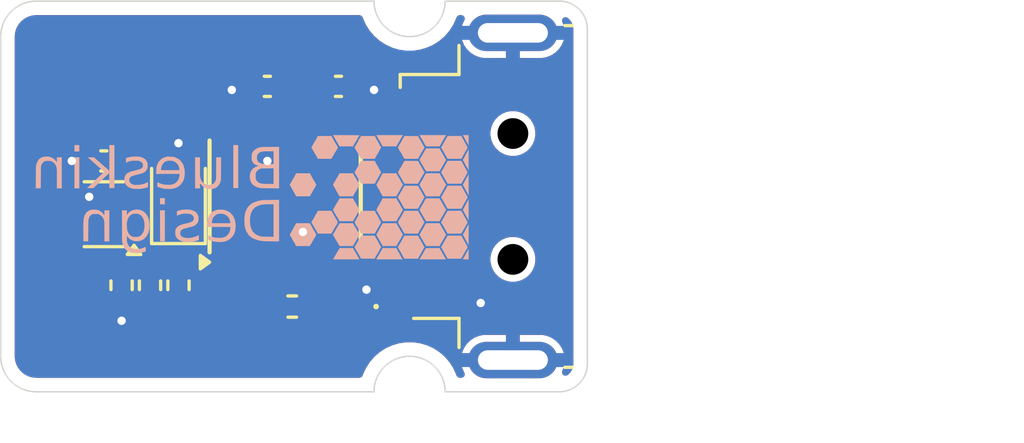
<source format=kicad_pcb>
(kicad_pcb (version 20240108) (generator "pcbnew") (generator_version "8.0")
  (layers (0 "F.Cu" signal) (31 "B.Cu" signal) (34 "B.Paste" user) (35 "F.Paste" user) (36 "B.SilkS" user "B.Silkscreen") (37 "F.SilkS" user "F.Silkscreen") (38 "B.Mask" user) (39 "F.Mask" user) (44 "Edge.Cuts" user))
  (net 0 "")
  (net 1 "+3V3")
  (net 2 "GND")
  (net 3 "Net-(J1-VBUS)")
  (net 4 "Net-(D1-A)")
  (net 5 "Net-(J1-D-)")
  (net 6 "Net-(J1-D+)")
  (net 7 "Net-(Q1-C)")
  (net 8 "Net-(U2-+)")
  (net 9 "Net-(U1-RXD)")
  (footprint "Resistor_SMD:R_0402_1005Metric" (layer "F.Cu") (at 144.78 92.075 90)
    (property "Reference" "R1" (hide yes))
    (property "Value" "1k")
  )
  (footprint "Resistor_SMD:R_0402_1005Metric" (layer "F.Cu") (at 143.764 92.075 90)
    (property "Reference" "R2" (hide yes))
    (property "Value" "10k")
  )
  (footprint "Connector_USB:USB_A_Molex_48037-2200_Horizontal" (layer "F.Cu") (at 165.1 88.9)
    (property "Reference" "J1" (hide yes))
    (property "Value" "USB_A")
  )
  (footprint "Resistor_SMD:R_0402_1005Metric" (layer "F.Cu") (at 142.748 92.075 -90)
    (property "Reference" "R3" (hide yes))
    (property "Value" "10k")
  )
  (footprint "Package_TO_SOT_SMD:SOT-353_SC-70-5" (layer "F.Cu") (at 142.113 89.535 180)
    (property "Reference" "U2" (hide yes))
    (property "Value" "~")
  )
  (footprint "Capacitor_SMD:C_0402_1005Metric" (layer "F.Cu") (at 147.955 84.963 180)
    (property "Reference" "C3" (hide yes))
    (property "Value" "100n")
  )
  (footprint "Capacitor_SMD:C_0402_1005Metric" (layer "F.Cu") (at 142.113 87.63 180)
    (property "Reference" "C1" (hide yes))
    (property "Value" "100n")
  )
  (footprint "LED_SMD:LED_0805_2012Metric" (layer "F.Cu") (at 144.78 88.9 90)
    (property "Reference" "Q1" (hide yes))
    (property "Value" "Q_Photo_NPN")
  )
  (footprint "Package_SO:SSOP-16_3.9x4.9mm_P0.635mm" (layer "F.Cu") (at 148.59 88.9 90)
    (property "Reference" "U1" (hide yes))
    (property "Value" "FT230XS")
  )
  (footprint "Resistor_SMD:R_0402_1005Metric" (layer "F.Cu") (at 148.844 92.837)
    (property "Reference" "R4" (hide yes))
    (property "Value" "470")
  )
  (footprint "Capacitor_SMD:C_0402_1005Metric" (layer "F.Cu") (at 150.495 84.963)
    (property "Reference" "C2" (hide yes))
    (property "Value" "100n")
  )
  (footprint "LED_SMD:LED_0402_1005Metric" (layer "F.Cu") (at 150.749 92.837 180)
    (property "Reference" "D1" (hide yes))
    (property "Value" "LED")
  )
  (gr_poly (pts (xy 146.16341 89.379863) (xy 146.115785 89.389582) (xy 146.056253 89.417766) (xy 145.996722 89.44595) (xy 145.94116 89.502383) (xy 145.885597 89.558816) (xy 145.859816 89.61041) (xy 145.834036 89.662003) (xy 145.818719 89.722542) (xy 145.803403 89.783081) (xy 145.797741 89.887245) (xy 145.792078 89.991409) (xy 146.635687 89.991409) (xy 146.635567 90.017206) (xy 146.635447 90.043003) (xy 146.623451 90.093897) (xy 146.611454 90.14479) (xy 146.587854 90.19424) (xy 146.564254 90.243691) (xy 146.516899 90.287533) (xy 146.469544 90.331375) (xy 146.424392 90.348269) (xy 146.379239 90.365164) (xy 146.338921 90.37381) (xy 146.298604 90.382457) (xy 146.195284 90.377972) (xy 146.091965 90.373487) (xy 146.018943 90.353365) (xy 145.945921 90.333242) (xy 145.893928 90.309667) (xy 145.841934 90.286093) (xy 145.841934 90.450174) (xy 145.899481 90.470611) (xy 145.957029 90.491048) (xy 146.004653 90.502862) (xy 146.052278 90.514676) (xy 146.123716 90.522852) (xy 146.195154 90.531029) (xy 146.322154 90.529199) (xy 146.372901 90.521942) (xy 146.372904 90.52194) (xy 146.423652 90.514683) (xy 146.472124 90.498505) (xy 146.520594 90.482326) (xy 146.577354 90.447137) (xy 146.634114 90.411947) (xy 146.678812 90.363667) (xy 146.723511 90.315387) (xy 146.747144 90.274443) (xy 146.770777 90.2335) (xy 146.790473 90.1718) (xy 146.810171 90.110099) (xy 146.817042 90.03536) (xy 146.823912 89.960621) (xy 146.817595 89.885757) (xy 146.811279 89.810893) (xy 146.809093 89.802321) (xy 146.627746 89.802321) (xy 146.627746 89.856469) (xy 145.976871 89.856469) (xy 145.976991 89.822735) (xy 145.976999 89.822734) (xy 145.977119 89.789) (xy 145.98767 89.744173) (xy 145.998222 89.699347) (xy 146.019012 89.663871) (xy 146.039802 89.628394) (xy 146.083461 89.588493) (xy 146.127121 89.548591) (xy 146.164216 89.535951) (xy 146.201311 89.523312) (xy 146.249826 89.518539) (xy 146.298341 89.513768) (xy 146.348425 89.522035) (xy 146.398509 89.530302) (xy 146.441095 89.549799) (xy 146.483683 89.569297) (xy 146.520557 89.603286) (xy 146.557431 89.637275) (xy 146.577634 89.67175) (xy 146.597837 89.706225) (xy 146.612792 89.754273) (xy 146.627746 89.802321) (xy 146.809093 89.802321) (xy 146.798368 89.760259) (xy 146.785457 89.709625) (xy 146.754252 89.644657) (xy 146.723047 89.579688) (xy 146.665141 89.520066) (xy 146.607235 89.460444) (xy 146.540103 89.428475) (xy 146.472971 89.396505) (xy 146.377722 89.371775) (xy 146.294378 89.370959) (xy 146.211034 89.370143)) (stroke (width -0.000001)) (fill solid) (layer "B.SilkS"))
  (gr_poly (pts (xy 146.125823 87.885984) (xy 146.123125 88.272937) (xy 146.109705 88.312984) (xy 146.096284 88.35303) (xy 146.071437 88.390544) (xy 146.046588 88.428058) (xy 146.011832 88.448426) (xy 145.977075 88.468795) (xy 145.92537 88.477652) (xy 145.873664 88.486509) (xy 145.816127 88.476767) (xy 145.758591 88.467026) (xy 145.717202 88.446927) (xy 145.675812 88.426827) (xy 145.642671 88.38957) (xy 145.609531 88.352312) (xy 145.587045 88.304687) (xy 145.564558 88.257062) (xy 145.55656 88.2015) (xy 145.548562 88.145937) (xy 145.548411 87.822484) (xy 145.548261 87.499031) (xy 145.373636 87.499031) (xy 145.373636 88.610281) (xy 145.548261 88.610281) (xy 145.548261 88.443594) (xy 145.555527 88.443594) (xy 145.621347 88.509834) (xy 145.687167 88.576074) (xy 145.730823 88.596406) (xy 145.774479 88.616738) (xy 145.821577 88.625416) (xy 145.868676 88.634094) (xy 145.924765 88.633428) (xy 145.980854 88.632762) (xy 146.02451 88.622958) (xy 146.024499 88.622959) (xy 146.068155 88.613156) (xy 146.104749 88.595491) (xy 146.141343 88.577826) (xy 146.178712 88.540475) (xy 146.216081 88.503125) (xy 146.238593 88.463437) (xy 146.261104 88.42375) (xy 146.279476 88.368187) (xy 146.297848 88.312625) (xy 146.300539 87.905828) (xy 146.30323 87.499031) (xy 146.12852 87.499031)) (stroke (width -0.000001)) (fill solid) (layer "B.SilkS"))
  (gr_poly (pts (xy 154.938312 86.714737) (xy 154.953218 86.735806) (xy 154.968123 86.756875) (xy 155.021629 86.860062) (xy 155.075135 86.96325) (xy 155.085198 86.975156) (xy 155.095262 86.987063) (xy 155.119593 87.034688) (xy 155.143923 87.082313) (xy 155.144305 86.893797) (xy 155.144686 86.705281) (xy 154.938312 86.705281)) (stroke (width -0.000001)) (fill solid) (layer "B.SilkS"))
  (gr_poly (pts (xy 150.525062 89.873084) (xy 150.487795 89.938198) (xy 150.450528 90.003313) (xy 150.44518 90.007282) (xy 150.439831 90.01125) (xy 150.419598 90.051374) (xy 150.399364 90.091497) (xy 150.348063 90.179763) (xy 150.296761 90.26803) (xy 150.35902 90.377765) (xy 150.421278 90.4875) (xy 150.452483 90.535125) (xy 150.488773 90.596869) (xy 150.525062 90.658613) (xy 150.525062 90.674031) (xy 151.017685 90.674031) (xy 151.022693 90.66014) (xy 151.0277 90.64625) (xy 151.072053 90.572384) (xy 151.116406 90.498519) (xy 151.128403 90.477135) (xy 151.140399 90.45575) (xy 151.247919 90.268815) (xy 151.184781 90.155908) (xy 151.121644 90.043) (xy 151.09342 89.997842) (xy 151.065197 89.952684) (xy 151.03998 89.904577) (xy 151.014762 89.856469) (xy 150.525062 89.856469)) (stroke (width -0.000001)) (fill solid) (layer "B.SilkS"))
  (gr_poly (pts (xy 153.094272 89.412027) (xy 152.854719 89.412087) (xy 152.837988 89.437829) (xy 152.821258 89.463572) (xy 152.805177 89.491353) (xy 152.789096 89.519134) (xy 152.7553 89.582634) (xy 152.721504 89.646134) (xy 152.700062 89.677884) (xy 152.67862 89.709634) (xy 152.619483 89.823041) (xy 152.64471 89.873494) (xy 152.669938 89.923947) (xy 152.68736 89.947759) (xy 152.704783 89.971572) (xy 152.725268 90.00729) (xy 152.745755 90.043009) (xy 152.770487 90.088859) (xy 152.79522 90.13471) (xy 152.854719 90.229018) (xy 153.094412 90.229288) (xy 153.334106 90.229558) (xy 153.37171 90.160105) (xy 153.37171 90.160076) (xy 153.409314 90.090623) (xy 153.414928 90.086655) (xy 153.420543 90.082685) (xy 153.482099 89.971561) (xy 153.543654 89.860436) (xy 153.55533 89.846865) (xy 153.567007 89.833294) (xy 153.557164 89.794077) (xy 153.546351 89.783264) (xy 153.535538 89.772451) (xy 153.481779 89.673569) (xy 153.428021 89.574685) (xy 153.414519 89.554842) (xy 153.401017 89.534998) (xy 153.367421 89.473482) (xy 153.333826 89.411967)) (stroke (width -0.000001)) (fill solid) (layer "B.SilkS"))
  (gr_poly (pts (xy 144.881478 89.380873) (xy 144.766404 89.410569) (xy 144.744576 89.41901) (xy 144.722748 89.427451) (xy 144.722748 89.588292) (xy 144.736638 89.582396) (xy 144.750528 89.5765) (xy 144.814028 89.554164) (xy 144.877528 89.531828) (xy 144.929122 89.523552) (xy 144.980716 89.515276) (xy 145.048711 89.515216) (xy 145.116706 89.515156) (xy 145.163553 89.523816) (xy 145.210401 89.532476) (xy 145.238433 89.546902) (xy 145.266466 89.561327) (xy 145.287789 89.583882) (xy 145.309113 89.606437) (xy 145.325997 89.651127) (xy 145.325997 89.727121) (xy 145.308138 89.754092) (xy 145.290278 89.781062) (xy 145.238685 89.806565) (xy 145.187091 89.832067) (xy 145.056122 89.863732) (xy 144.925153 89.895396) (xy 144.878168 89.911686) (xy 144.831185 89.927976) (xy 144.793448 89.952191) (xy 144.755712 89.976406) (xy 144.724444 90.010328) (xy 144.693176 90.04425) (xy 144.678671 90.087281) (xy 144.664167 90.130313) (xy 144.664509 90.197781) (xy 144.664851 90.26525) (xy 144.678826 90.304938) (xy 144.692801 90.344625) (xy 144.715395 90.375518) (xy 144.737989 90.406411) (xy 144.783951 90.440865) (xy 144.829912 90.47532) (xy 144.885474 90.495094) (xy 144.941037 90.514868) (xy 145.003127 90.523012) (xy 145.065216 90.531157) (xy 145.130126 90.530338) (xy 145.195036 90.529519) (xy 145.272044 90.519017) (xy 145.272039 90.519019) (xy 145.349048 90.508516) (xy 145.406977 90.492619) (xy 145.464906 90.476721) (xy 145.486734 90.468416) (xy 145.508562 90.460112) (xy 145.508562 90.285094) (xy 145.50282 90.285094) (xy 145.451786 90.308234) (xy 145.400751 90.331374) (xy 145.262231 90.371532) (xy 145.184617 90.380556) (xy 145.107002 90.389579) (xy 145.044882 90.380939) (xy 144.982764 90.372299) (xy 144.946022 90.356071) (xy 144.90928 90.339843) (xy 144.884301 90.315673) (xy 144.859321 90.291502) (xy 144.84962 90.256851) (xy 144.839919 90.2222) (xy 144.845233 90.18676) (xy 144.850548 90.151319) (xy 144.868008 90.124941) (xy 144.885468 90.098563) (xy 144.929124 90.076792) (xy 144.97278 90.055021) (xy 145.123592 90.015976) (xy 145.274404 89.976929) (xy 145.322029 89.958717) (xy 145.369654 89.940505) (xy 145.417355 89.892534) (xy 145.465054 89.844563) (xy 145.480489 89.800907) (xy 145.495925 89.75725) (xy 145.495154 89.689781) (xy 145.494393 89.622313) (xy 145.481387 89.586594) (xy 145.46838 89.550875) (xy 145.442829 89.51292) (xy 145.417278 89.474965) (xy 145.377143 89.447175) (xy 145.337008 89.419385) (xy 145.280791 89.399834) (xy 145.224574 89.380284) (xy 145.14794 89.372337) (xy 145.071305 89.364391)) (stroke (width -0.000001)) (fill solid) (layer "B.SilkS"))
  (gr_poly (pts (xy 154.637767 90.301119) (xy 154.394593 90.301269) (xy 154.37243 90.338822) (xy 154.350266 90.376375) (xy 154.262265 90.531047) (xy 154.174263 90.685718) (xy 154.15886 90.719525) (xy 154.186239 90.762262) (xy 154.213618 90.804999) (xy 154.263987 90.896281) (xy 154.314356 90.987562) (xy 154.330662 91.016275) (xy 154.346968 91.044988) (xy 154.370781 91.08572) (xy 154.394593 91.126452) (xy 154.634499 91.126461) (xy 154.874405 91.126468) (xy 154.887622 91.100672) (xy 154.900839 91.074875) (xy 154.906277 91.070906) (xy 154.911714 91.066937) (xy 154.930711 91.031218) (xy 154.949707 90.9955) (xy 155.027353 90.859834) (xy 155.104999 90.724169) (xy 155.104586 90.712991) (xy 155.104173 90.701812) (xy 155.070852 90.640834) (xy 155.037531 90.579856) (xy 154.99189 90.49986) (xy 154.94625 90.419864) (xy 154.94625 90.4109) (xy 154.913595 90.355934) (xy 154.88094 90.300969)) (stroke (width -0.000001)) (fill solid) (layer "B.SilkS"))
  (gr_poly (pts (xy 154.379865 86.762828) (xy 154.366164 86.788625) (xy 154.336308 86.840219) (xy 154.306451 86.891813) (xy 154.255889 86.983094) (xy 154.205328 87.074375) (xy 154.182883 87.10947) (xy 154.160439 87.144565) (xy 154.160439 87.154997) (xy 154.182875 87.190092) (xy 154.205311 87.225188) (xy 154.268203 87.336253) (xy 154.331095 87.447318) (xy 154.347088 87.475159) (xy 154.363081 87.503) (xy 154.378838 87.528747) (xy 154.394595 87.554493) (xy 154.63802 87.554553) (xy 154.881445 87.554613) (xy 154.914632 87.497047) (xy 154.94782 87.4395) (xy 154.996645 87.352896) (xy 155.04547 87.266292) (xy 155.077023 87.207978) (xy 155.108576 87.149665) (xy 155.078195 87.092176) (xy 155.047814 87.034688) (xy 155.020102 86.987063) (xy 154.99239 86.939438) (xy 154.954525 86.868) (xy 154.916661 86.796563) (xy 154.898922 86.766797) (xy 154.881183 86.737031) (xy 154.393566 86.737031)) (stroke (width -0.000001)) (fill solid) (layer "B.SilkS"))
  (gr_poly (pts (xy 152.826242 86.782848) (xy 152.797764 86.828314) (xy 152.759669 86.899751) (xy 152.721574 86.971189) (xy 152.700098 87.002939) (xy 152.678621 87.034689) (xy 152.648901 87.09168) (xy 152.619182 87.148671) (xy 152.652852 87.213388) (xy 152.686522 87.278106) (xy 152.695369 87.287366) (xy 152.704216 87.296626) (xy 152.733827 87.346804) (xy 152.763439 87.396983) (xy 152.763439 87.405675) (xy 152.821169 87.503001) (xy 152.837945 87.528744) (xy 152.85472 87.554487) (xy 153.094414 87.554547) (xy 153.334107 87.554607) (xy 153.371069 87.489122) (xy 153.371069 87.489109) (xy 153.408031 87.423625) (xy 153.458331 87.336312) (xy 153.508631 87.249) (xy 153.536878 87.204124) (xy 153.565126 87.159249) (xy 153.565126 87.136047) (xy 153.550391 87.117118) (xy 153.535657 87.098188) (xy 153.481949 86.998969) (xy 153.428241 86.89975) (xy 153.418251 86.887844) (xy 153.408261 86.875938) (xy 153.372271 86.808469) (xy 153.336282 86.741) (xy 153.095501 86.739191) (xy 152.85472 86.737382)) (stroke (width -0.000001)) (fill solid) (layer "B.SilkS"))
  (gr_poly (pts (xy 155.100868 89.963625) (xy 155.057271 90.043) (xy 155.016896 90.121719) (xy 154.976522 90.200438) (xy 154.957417 90.230702) (xy 154.938312 90.260966) (xy 154.938312 90.279875) (xy 154.949284 90.292406) (xy 154.960255 90.304938) (xy 155.017832 90.416062) (xy 155.075409 90.527187) (xy 155.081248 90.531156) (xy 155.087086 90.535125) (xy 155.115496 90.590688) (xy 155.143906 90.64625) (xy 155.144185 90.26525) (xy 155.144464 89.88425)) (stroke (width -0.000001)) (fill solid) (layer "B.SilkS"))
  (gr_poly (pts (xy 153.863428 90.745804) (xy 153.624656 90.74614) (xy 153.60569 90.77557) (xy 153.586724 90.804999) (xy 153.539003 90.892312) (xy 153.491281 90.979624) (xy 153.464703 91.019206) (xy 153.438124 91.058788) (xy 153.438124 91.070207) (xy 153.414518 91.110244) (xy 153.390911 91.150281) (xy 154.336523 91.150281) (xy 154.320479 91.124484) (xy 154.304434 91.098688) (xy 154.273304 91.043125) (xy 154.242175 90.987562) (xy 154.19589 90.904219) (xy 154.149606 90.820875) (xy 154.125903 90.783171) (xy 154.102201 90.745468)) (stroke (width -0.000001)) (fill solid) (layer "B.SilkS"))
  (gr_poly (pts (xy 155.101062 87.288687) (xy 155.057688 87.368063) (xy 155.012899 87.455375) (xy 154.968111 87.542688) (xy 154.953212 87.563756) (xy 154.938313 87.584825) (xy 154.938313 87.603737) (xy 154.953218 87.624806) (xy 154.968124 87.645875) (xy 155.02163 87.749062) (xy 155.075135 87.85225) (xy 155.085199 87.864156) (xy 155.095263 87.876062) (xy 155.119594 87.923687) (xy 155.143924 87.971312) (xy 155.144181 87.590313) (xy 155.144436 87.209313)) (stroke (width -0.000001)) (fill solid) (layer "B.SilkS"))
  (gr_poly (pts (xy 153.864604 88.070867) (xy 153.624656 88.071203) (xy 153.586724 88.130063) (xy 153.539113 88.217375) (xy 153.491503 88.304688) (xy 153.46642 88.344375) (xy 153.441338 88.384063) (xy 153.422452 88.419782) (xy 153.403567 88.455501) (xy 153.395124 88.469391) (xy 153.386681 88.483282) (xy 153.396816 88.49951) (xy 153.406951 88.515739) (xy 153.429527 88.557057) (xy 153.452103 88.598375) (xy 153.483535 88.649969) (xy 153.514966 88.701563) (xy 153.552857 88.772488) (xy 153.590747 88.843414) (xy 153.601228 88.853895) (xy 153.611709 88.864375) (xy 153.616733 88.880203) (xy 153.621756 88.896032) (xy 154.104551 88.896032) (xy 154.120922 88.866266) (xy 154.137293 88.8365) (xy 154.185213 88.753157) (xy 154.233133 88.669813) (xy 154.269615 88.602369) (xy 154.306096 88.534925) (xy 154.316598 88.524423) (xy 154.3271 88.513921) (xy 154.331756 88.495372) (xy 154.336412 88.476823) (xy 154.326611 88.458224) (xy 154.31681 88.439625) (xy 154.311297 88.435656) (xy 154.305783 88.431688) (xy 154.269458 88.364219) (xy 154.233133 88.29675) (xy 154.185213 88.213406) (xy 154.137293 88.130063) (xy 154.120922 88.100297) (xy 154.104552 88.070531)) (stroke (width -0.000001)) (fill solid) (layer "B.SilkS"))
  (gr_poly (pts (xy 155.100868 89.074625) (xy 155.057271 89.154) (xy 155.016896 89.232719) (xy 154.976522 89.311438) (xy 154.957417 89.341702) (xy 154.938312 89.371966) (xy 154.938312 89.390875) (xy 154.949283 89.403407) (xy 154.960255 89.415938) (xy 155.017832 89.527063) (xy 155.075409 89.638188) (xy 155.081247 89.642157) (xy 155.087086 89.646125) (xy 155.115496 89.701688) (xy 155.143906 89.757251) (xy 155.144185 89.37625) (xy 155.144464 88.99525)) (stroke (width -0.000001)) (fill solid) (layer "B.SilkS"))
  (gr_poly (pts (xy 155.107875 88.165781) (xy 155.071527 88.23325) (xy 155.014556 88.340406) (xy 154.957585 88.447562) (xy 154.946039 88.465422) (xy 154.934493 88.483281) (xy 154.946039 88.501141) (xy 154.957585 88.519) (xy 155.014556 88.626156) (xy 155.071527 88.733312) (xy 155.107875 88.800781) (xy 155.144223 88.86825) (xy 155.144223 88.098312)) (stroke (width -0.000001)) (fill solid) (layer "B.SilkS"))
  (gr_poly (pts (xy 142.309751 87.975281) (xy 142.302155 87.975281) (xy 142.031282 87.737156) (xy 141.760409 87.499031) (xy 141.537169 87.499031) (xy 141.540476 87.501884) (xy 141.543784 87.504737) (xy 141.659397 87.607056) (xy 141.77501 87.709374) (xy 141.8653 87.788749) (xy 141.955591 87.868124) (xy 142.007656 87.914916) (xy 142.059722 87.961707) (xy 142.089488 87.985697) (xy 142.119253 88.009688) (xy 142.119253 88.019637) (xy 141.946613 88.185639) (xy 141.773972 88.351641) (xy 141.644104 88.476992) (xy 141.514235 88.602343) (xy 141.628229 88.602163) (xy 141.742224 88.601983) (xy 142.024005 88.332073) (xy 142.305786 88.062162) (xy 142.307874 88.332264) (xy 142.309962 88.602367) (xy 142.492316 88.602367) (xy 142.492316 87.832431) (xy 142.492314 87.832406) (xy 142.492314 87.062469) (xy 142.309751 87.062469)) (stroke (width -0.000001)) (fill solid) (layer "B.SilkS"))
  (gr_poly (pts (xy 148.954968 88.122627) (xy 148.929279 88.174722) (xy 148.88778 88.244877) (xy 148.846281 88.315031) (xy 148.770672 88.4555) (xy 148.760892 88.469391) (xy 148.751112 88.483281) (xy 148.760892 88.497172) (xy 148.770672 88.511063) (xy 148.808477 88.581297) (xy 148.846281 88.651532) (xy 148.88778 88.721686) (xy 148.929279 88.791841) (xy 148.954968 88.843936) (xy 148.980657 88.896032) (xy 149.467266 88.896032) (xy 149.486929 88.866266) (xy 149.506594 88.836501) (xy 149.559241 88.739933) (xy 149.611887 88.643365) (xy 149.635045 88.608964) (xy 149.658202 88.574563) (xy 149.680536 88.528922) (xy 149.702869 88.483282) (xy 149.680536 88.437641) (xy 149.658202 88.392001) (xy 149.635045 88.3576) (xy 149.611887 88.323198) (xy 149.559241 88.226631) (xy 149.506594 88.130063) (xy 149.486929 88.100297) (xy 149.467265 88.070531) (xy 148.980657 88.070531)) (stroke (width -0.000001)) (fill solid) (layer "B.SilkS"))
  (gr_poly (pts (xy 153.863751 88.967805) (xy 153.624656 88.968141) (xy 153.60569 88.99757) (xy 153.586725 89.027) (xy 153.539069 89.114312) (xy 153.491413 89.201625) (xy 153.470197 89.233375) (xy 153.44898 89.265125) (xy 153.426862 89.30821) (xy 153.404744 89.351296) (xy 153.396619 89.364306) (xy 153.388493 89.377316) (xy 153.417241 89.431488) (xy 153.445988 89.485659) (xy 153.453595 89.494825) (xy 153.461203 89.503991) (xy 153.512833 89.594902) (xy 153.564464 89.685812) (xy 153.59456 89.735249) (xy 153.624656 89.784685) (xy 153.864604 89.784865) (xy 154.104552 89.785045) (xy 154.120797 89.75528) (xy 154.120797 89.755264) (xy 154.137043 89.725498) (xy 154.193165 89.630249) (xy 154.249288 89.534998) (xy 154.305149 89.43198) (xy 154.320106 89.412966) (xy 154.335062 89.393951) (xy 154.335062 89.367065) (xy 154.31249 89.33197) (xy 154.289918 89.296875) (xy 154.221772 89.173844) (xy 154.153626 89.050812) (xy 154.128237 89.00914) (xy 154.102847 88.967469)) (stroke (width -0.000001)) (fill solid) (layer "B.SilkS"))
  (gr_poly (pts (xy 150.525063 88.984082) (xy 150.487629 89.049197) (xy 150.450195 89.114311) (xy 150.44367 89.122249) (xy 150.437144 89.130186) (xy 150.366988 89.254668) (xy 150.296831 89.379151) (xy 150.359055 89.488825) (xy 150.421278 89.598499) (xy 150.436881 89.622311) (xy 150.452484 89.646123) (xy 150.488774 89.707868) (xy 150.525063 89.769612) (xy 150.525063 89.78503) (xy 151.017686 89.78503) (xy 151.022693 89.771139) (xy 151.0277 89.757248) (xy 151.072053 89.683383) (xy 151.116407 89.609517) (xy 151.128403 89.588133) (xy 151.1404 89.566749) (xy 151.19416 89.473281) (xy 151.247919 89.379814) (xy 151.184782 89.266906) (xy 151.121644 89.153999) (xy 151.093421 89.10884) (xy 151.065197 89.063682) (xy 151.014763 88.967468) (xy 150.525063 88.967468)) (stroke (width -0.000001)) (fill solid) (layer "B.SilkS"))
  (gr_poly (pts (xy 143.082991 87.48178) (xy 143.015855 87.497755) (xy 142.948718 87.513729) (xy 142.92689 87.522061) (xy 142.905062 87.530392) (xy 142.905062 87.689535) (xy 142.919019 87.689535) (xy 142.96165 87.670028) (xy 143.004281 87.650521) (xy 143.059843 87.636954) (xy 143.115406 87.623388) (xy 143.230499 87.62286) (xy 143.345593 87.622332) (xy 143.387989 87.636968) (xy 143.430385 87.651604) (xy 143.457847 87.675716) (xy 143.48531 87.699828) (xy 143.496811 87.722068) (xy 143.508312 87.744308) (xy 143.508312 87.82526) (xy 143.496414 87.848268) (xy 143.484516 87.871276) (xy 143.431827 87.911464) (xy 143.35696 87.934787) (xy 143.282094 87.95811) (xy 143.178907 87.982582) (xy 143.075719 88.007055) (xy 143.011444 88.03858) (xy 142.947167 88.070105) (xy 142.915281 88.104699) (xy 142.883394 88.139292) (xy 142.865632 88.186272) (xy 142.847872 88.233253) (xy 142.847692 88.300721) (xy 142.847511 88.36819) (xy 142.865338 88.415815) (xy 142.883165 88.46344) (xy 142.931805 88.511065) (xy 142.980446 88.55869) (xy 143.024102 88.580267) (xy 143.067758 88.601844) (xy 143.115383 88.614707) (xy 143.163008 88.62757) (xy 143.278101 88.630153) (xy 143.393195 88.632736) (xy 143.417008 88.629399) (xy 143.41703 88.629403) (xy 143.440843 88.626067) (xy 143.488468 88.617689) (xy 143.536092 88.609311) (xy 143.690873 88.568339) (xy 143.690873 88.388038) (xy 143.685173 88.388038) (xy 143.624919 88.415877) (xy 143.564663 88.443716) (xy 143.478941 88.464578) (xy 143.393218 88.48544) (xy 143.301936 88.485929) (xy 143.210654 88.486418) (xy 143.166499 88.473155) (xy 143.122344 88.459893) (xy 143.09525 88.441634) (xy 143.068156 88.423376) (xy 143.050775 88.397583) (xy 143.033393 88.37179) (xy 143.027934 88.339481) (xy 143.022476 88.307172) (xy 143.032567 88.271132) (xy 143.042658 88.235092) (xy 143.094391 88.183359) (xy 143.242404 88.134789) (xy 143.357498 88.10645) (xy 143.472591 88.078111) (xy 143.522001 88.05499) (xy 143.571409 88.031869) (xy 143.606844 87.995409) (xy 143.642279 87.958949) (xy 143.659805 87.913539) (xy 143.677331 87.868129) (xy 143.678027 87.733191) (xy 143.668797 87.701441) (xy 143.659567 87.669691) (xy 143.633549 87.626479) (xy 143.607533 87.583266) (xy 143.557844 87.549383) (xy 143.508157 87.515499) (xy 143.401157 87.482412) (xy 143.32957 87.475621) (xy 143.257984 87.46883)) (stroke (width -0.000001)) (fill solid) (layer "B.SilkS"))
  (gr_poly (pts (xy 152.01115 90.852624) (xy 151.981561 90.908187) (xy 151.951973 90.963749) (xy 151.926212 91.003437) (xy 151.900451 91.043124) (xy 151.872204 91.096702) (xy 151.843956 91.15028) (xy 152.788186 91.15028) (xy 152.782448 91.140359) (xy 152.776709 91.130437) (xy 152.763207 91.110594) (xy 152.749706 91.09075) (xy 152.700046 90.9955) (xy 152.650387 90.90025) (xy 152.639936 90.888263) (xy 152.629486 90.876277) (xy 152.59675 90.810872) (xy 152.564014 90.745468) (xy 152.073575 90.745468)) (stroke (width -0.000001)) (fill solid) (layer "B.SilkS"))
  (gr_poly (pts (xy 144.121429 89.949734) (xy 144.123466 90.503375) (xy 144.208794 90.505628) (xy 144.294122 90.507881) (xy 144.294125 89.951987) (xy 144.294125 89.396094) (xy 144.119392 89.396094)) (stroke (width -0.000001)) (fill solid) (layer "B.SilkS"))
  (gr_poly (pts (xy 152.054795 89.890203) (xy 152.035207 89.923938) (xy 151.989952 90.009781) (xy 151.944698 90.095624) (xy 151.927427 90.121261) (xy 151.910156 90.146898) (xy 151.879175 90.207403) (xy 151.848194 90.267909) (xy 151.862512 90.298329) (xy 151.876829 90.32875) (xy 151.919881 90.399635) (xy 151.962934 90.47052) (xy 151.983085 90.51076) (xy 152.003236 90.551) (xy 152.039569 90.612516) (xy 152.075903 90.674032) (xy 152.563621 90.674032) (xy 152.596642 90.612515) (xy 152.629664 90.550999) (xy 152.655868 90.511312) (xy 152.682072 90.471625) (xy 152.731034 90.384312) (xy 152.779996 90.296999) (xy 152.789146 90.283725) (xy 152.798297 90.270451) (xy 152.788695 90.251976) (xy 152.779093 90.2335) (xy 152.756792 90.197781) (xy 152.734491 90.162062) (xy 152.697718 90.093475) (xy 152.660946 90.024888) (xy 152.639996 89.994256) (xy 152.619045 89.963625) (xy 152.591922 89.910047) (xy 152.5648 89.856469) (xy 152.074384 89.856469)) (stroke (width -0.000001)) (fill solid) (layer "B.SilkS"))
  (gr_poly (pts (xy 141.766032 89.370736) (xy 141.686657 89.370886) (xy 141.633836 89.387546) (xy 141.581016 89.404206) (xy 141.534221 89.438654) (xy 141.487426 89.473102) (xy 141.461167 89.514024) (xy 141.434908 89.554945) (xy 141.415466 89.616166) (xy 141.396025 89.677387) (xy 141.380452 89.852505) (xy 141.382741 90.177942) (xy 141.38503 90.50338) (xy 141.469588 90.505624) (xy 141.554147 90.507868) (xy 141.557811 90.128591) (xy 141.561475 89.749315) (xy 141.573359 89.709628) (xy 141.585244 89.66994) (xy 141.597361 89.641325) (xy 141.609477 89.612709) (xy 141.636925 89.58526) (xy 141.664375 89.557811) (xy 141.695358 89.542438) (xy 141.726341 89.527065) (xy 141.908904 89.527065) (xy 141.95256 89.548558) (xy 141.996216 89.570051) (xy 142.034748 89.60809) (xy 142.073282 89.646128) (xy 142.087451 89.673909) (xy 142.101621 89.70169) (xy 142.115834 89.745347) (xy 142.130047 89.789003) (xy 142.133217 90.148175) (xy 142.136388 90.507346) (xy 142.309749 90.507346) (xy 142.309749 89.951722) (xy 142.309751 89.951717) (xy 142.309751 89.396094) (xy 142.135126 89.396094) (xy 142.135126 89.562782) (xy 142.12322 89.561683) (xy 142.084651 89.513875) (xy 142.046083 89.466068) (xy 141.997911 89.434933) (xy 141.94974 89.403799) (xy 141.897573 89.387192) (xy 141.845407 89.370586)) (stroke (width -0.000001)) (fill solid) (layer "B.SilkS"))
  (gr_poly (pts (xy 151.850626 86.712861) (xy 151.874625 86.757219) (xy 151.898624 86.801578) (xy 151.94011 86.871997) (xy 151.981595 86.942417) (xy 152.027508 87.026255) (xy 152.073422 87.110094) (xy 152.563561 87.110094) (xy 152.60102 87.040641) (xy 152.638479 86.971188) (xy 152.644287 86.967219) (xy 152.650094 86.96325) (xy 152.712071 86.852207) (xy 152.774047 86.741164) (xy 152.784618 86.730593) (xy 152.795189 86.720022) (xy 152.795189 86.705281) (xy 151.850626 86.705281)) (stroke (width -0.000001)) (fill solid) (layer "B.SilkS"))
  (gr_poly (pts (xy 153.421917 86.765136) (xy 153.454004 86.82499) (xy 153.469307 86.846495) (xy 153.48461 86.868) (xy 153.524516 86.939438) (xy 153.564423 87.010875) (xy 153.59454 87.060311) (xy 153.624658 87.109748) (xy 153.86343 87.109928) (xy 154.102203 87.110108) (xy 154.125872 87.072391) (xy 154.149541 87.034688) (xy 154.201652 86.943406) (xy 154.253764 86.852125) (xy 154.279498 86.804533) (xy 154.305232 86.75694) (xy 154.320148 86.737978) (xy 154.335064 86.719015) (xy 154.335064 86.705281) (xy 153.389829 86.705281)) (stroke (width -0.000001)) (fill solid) (layer "B.SilkS"))
  (gr_poly (pts (xy 153.094272 90.301028) (xy 152.854718 90.301088) (xy 152.837987 90.326831) (xy 152.821257 90.352574) (xy 152.805176 90.380355) (xy 152.789096 90.408136) (xy 152.7553 90.471636) (xy 152.721503 90.535136) (xy 152.700061 90.566886) (xy 152.678619 90.598636) (xy 152.648597 90.656202) (xy 152.618575 90.713769) (xy 152.652178 90.779234) (xy 152.685782 90.844699) (xy 152.695938 90.856605) (xy 152.706095 90.868511) (xy 152.755603 90.962888) (xy 152.805111 91.057266) (xy 152.823961 91.085043) (xy 152.842812 91.11282) (xy 152.842812 91.126479) (xy 153.334529 91.126479) (xy 153.347839 91.100683) (xy 153.34784 91.100672) (xy 153.36115 91.074875) (xy 153.384568 91.031218) (xy 153.407986 90.987562) (xy 153.418113 90.975656) (xy 153.428239 90.963749) (xy 153.48189 90.864531) (xy 153.535541 90.765312) (xy 153.55111 90.743151) (xy 153.566679 90.720991) (xy 153.557163 90.683078) (xy 153.54635 90.672265) (xy 153.535537 90.661453) (xy 153.481779 90.56257) (xy 153.42802 90.463687) (xy 153.414519 90.443844) (xy 153.401017 90.424) (xy 153.367421 90.362484) (xy 153.333825 90.300968)) (stroke (width -0.000001)) (fill solid) (layer "B.SilkS"))
  (gr_poly (pts (xy 148.946768 89.921953) (xy 148.912749 89.987437) (xy 148.870397 90.062843) (xy 148.828046 90.13825) (xy 148.793507 90.197781) (xy 148.758968 90.257312) (xy 148.756589 90.266254) (xy 148.75421 90.275195) (xy 148.777463 90.30991) (xy 148.800717 90.344625) (xy 148.84078 90.420814) (xy 148.880843 90.497003) (xy 148.9004 90.525821) (xy 148.919957 90.554639) (xy 148.950586 90.614301) (xy 148.981215 90.673963) (xy 149.224581 90.673993) (xy 149.467947 90.674023) (xy 149.499076 90.624413) (xy 149.49908 90.624422) (xy 149.530209 90.574812) (xy 149.560237 90.51925) (xy 149.590265 90.463687) (xy 149.606913 90.435906) (xy 149.623562 90.408125) (xy 149.631797 90.399476) (xy 149.640031 90.390826) (xy 149.70341 90.26859) (xy 149.672841 90.209208) (xy 149.642273 90.149827) (xy 149.622112 90.120226) (xy 149.601951 90.090625) (xy 149.554292 90.003312) (xy 149.506632 89.916) (xy 149.487904 89.886234) (xy 149.469176 89.856469) (xy 148.980787 89.856469)) (stroke (width -0.000001)) (fill solid) (layer "B.SilkS"))
  (gr_poly (pts (xy 141.063564 87.292656) (xy 141.238189 87.292656) (xy 141.238189 87.062469) (xy 141.063564 87.062469)) (stroke (width -0.000001)) (fill solid) (layer "B.SilkS"))
  (gr_poly (pts (xy 150.00119 86.737227) (xy 149.759096 86.737317) (xy 149.721521 86.806626) (xy 149.683947 86.875935) (xy 149.657065 86.919592) (xy 149.630182 86.963248) (xy 149.585301 87.042623) (xy 149.54042 87.121998) (xy 149.531646 87.134446) (xy 149.522871 87.146895) (xy 149.575498 87.234776) (xy 149.628126 87.322659) (xy 149.628126 87.332911) (xy 149.675602 87.407514) (xy 149.723078 87.482117) (xy 149.758289 87.554592) (xy 150.000786 87.554412) (xy 150.243282 87.554232) (xy 150.301985 87.449249) (xy 150.360687 87.34425) (xy 150.382218 87.3125) (xy 150.403748 87.28075) (xy 150.43744 87.219056) (xy 150.471133 87.157361) (xy 150.466271 87.137989) (xy 150.461409 87.118616) (xy 150.432756 87.068714) (xy 150.404103 87.018813) (xy 150.38584 86.991031) (xy 150.367578 86.96325) (xy 150.337181 86.90734) (xy 150.306784 86.85143) (xy 150.275034 86.794284) (xy 150.243284 86.737137)) (stroke (width -0.000001)) (fill solid) (layer "B.SilkS"))
  (gr_poly (pts (xy 151.272276 86.790731) (xy 151.240914 86.844431) (xy 151.202473 86.91317) (xy 151.164032 86.981908) (xy 151.117592 87.061809) (xy 151.071152 87.141711) (xy 151.079087 87.164474) (xy 151.087022 87.187237) (xy 151.132359 87.261775) (xy 151.177696 87.336312) (xy 151.1978 87.372031) (xy 151.217903 87.40775) (xy 151.260884 87.481172) (xy 151.303865 87.554594) (xy 151.794851 87.554594) (xy 151.805799 87.528391) (xy 151.816747 87.502188) (xy 151.911661 87.34425) (xy 151.949821 87.272813) (xy 151.987981 87.201375) (xy 152.002647 87.180306) (xy 152.017314 87.159237) (xy 152.017314 87.141528) (xy 151.998639 87.11192) (xy 151.979963 87.082313) (xy 151.93455 86.996469) (xy 151.889137 86.910626) (xy 151.871866 86.885157) (xy 151.854595 86.859688) (xy 151.823482 86.798359) (xy 151.792369 86.737031) (xy 151.303639 86.737031)) (stroke (width -0.000001)) (fill solid) (layer "B.SilkS"))
  (gr_poly (pts (xy 154.379999 88.540828) (xy 154.366433 88.566625) (xy 154.306868 88.669813) (xy 154.247304 88.773001) (xy 154.21923 88.824594) (xy 154.191155 88.876188) (xy 154.174627 88.904315) (xy 154.158099 88.932442) (xy 154.185858 88.975752) (xy 154.213618 89.019063) (xy 154.264068 89.110344) (xy 154.314519 89.201625) (xy 154.326966 89.225438) (xy 154.339413 89.24925) (xy 154.367003 89.294666) (xy 154.394593 89.340081) (xy 154.637887 89.340291) (xy 154.881181 89.340531) (xy 154.89892 89.310766) (xy 154.916659 89.281) (xy 154.954524 89.209563) (xy 154.992388 89.138125) (xy 155.0201 89.0905) (xy 155.047813 89.042875) (xy 155.078223 88.985328) (xy 155.108634 88.927782) (xy 155.078223 88.870235) (xy 155.047813 88.812688) (xy 155.0201 88.765063) (xy 154.992388 88.717438) (xy 154.954524 88.646) (xy 154.916659 88.574563) (xy 154.89892 88.544797) (xy 154.881181 88.515032) (xy 154.393565 88.515032)) (stroke (width -0.000001)) (fill solid) (layer "B.SilkS"))
  (gr_poly (pts (xy 150.519169 88.09236) (xy 150.509401 88.114188) (xy 150.468781 88.181656) (xy 150.428161 88.249125) (xy 150.402043 88.29675) (xy 150.375924 88.344375) (xy 150.335774 88.413806) (xy 150.295624 88.483237) (xy 150.332023 88.544775) (xy 150.368422 88.606313) (xy 150.398346 88.661875) (xy 150.428271 88.717438) (xy 150.468836 88.784907) (xy 150.509401 88.852376) (xy 150.519169 88.874204) (xy 150.528937 88.896032) (xy 151.017685 88.896032) (xy 151.022646 88.882141) (xy 151.027606 88.868251) (xy 151.059047 88.812688) (xy 151.090489 88.757125) (xy 151.108183 88.729344) (xy 151.125877 88.701563) (xy 151.187104 88.592422) (xy 151.248332 88.483281) (xy 151.125877 88.265) (xy 151.108183 88.237219) (xy 151.090489 88.209438) (xy 151.059047 88.153875) (xy 151.027606 88.098313) (xy 151.022646 88.084422) (xy 151.017685 88.070531) (xy 150.528937 88.070531)) (stroke (width -0.000001)) (fill solid) (layer "B.SilkS"))
  (gr_poly (pts (xy 152.320821 88.070547) (xy 152.076843 88.070563) (xy 152.05585 88.104283) (xy 152.034857 88.138003) (xy 151.985125 88.233253) (xy 151.935393 88.328503) (xy 151.929738 88.332472) (xy 151.924083 88.336441) (xy 151.885568 88.409863) (xy 151.847053 88.483285) (xy 151.885568 88.556706) (xy 151.924083 88.630128) (xy 151.929738 88.634097) (xy 151.935393 88.638066) (xy 151.985125 88.733316) (xy 152.034857 88.828566) (xy 152.05585 88.862286) (xy 152.076843 88.896006) (xy 152.320821 88.896022) (xy 152.5648 88.896038) (xy 152.591922 88.84246) (xy 152.591922 88.842454) (xy 152.619044 88.788875) (xy 152.639995 88.758244) (xy 152.660946 88.727613) (xy 152.697718 88.659025) (xy 152.73449 88.590438) (xy 152.756791 88.554719) (xy 152.779092 88.519) (xy 152.788414 88.501141) (xy 152.797735 88.483281) (xy 152.788414 88.465422) (xy 152.779092 88.447563) (xy 152.756791 88.411844) (xy 152.73449 88.376125) (xy 152.697718 88.307537) (xy 152.660946 88.23895) (xy 152.639995 88.208319) (xy 152.619044 88.177687) (xy 152.591922 88.124109) (xy 152.5648 88.070531)) (stroke (width -0.000001)) (fill solid) (layer "B.SilkS"))
  (gr_poly (pts (xy 151.546377 89.413839) (xy 151.300741 89.415933) (xy 151.253176 89.499277) (xy 151.20561 89.582621) (xy 151.188047 89.614371) (xy 151.170484 89.646121) (xy 151.126631 89.721527) (xy 151.082779 89.796933) (xy 151.077651 89.813464) (xy 151.072523 89.829994) (xy 151.097418 89.876964) (xy 151.122313 89.923934) (xy 151.145057 89.95792) (xy 151.167802 89.991906) (xy 151.192842 90.037295) (xy 151.217882 90.082683) (xy 151.260873 90.156106) (xy 151.303863 90.229528) (xy 151.795455 90.229528) (xy 151.803724 90.207701) (xy 151.811993 90.185873) (xy 151.865871 90.094592) (xy 151.919749 90.003311) (xy 151.968531 89.914624) (xy 152.017312 89.825937) (xy 152.017312 89.812527) (xy 151.99856 89.784888) (xy 151.979808 89.757248) (xy 151.929652 89.661998) (xy 151.879496 89.566748) (xy 151.871014 89.558122) (xy 151.862531 89.549496) (xy 151.827271 89.480621) (xy 151.792011 89.411745)) (stroke (width -0.000001)) (fill solid) (layer "B.SilkS"))
  (gr_poly (pts (xy 148.082297 89.025153) (xy 147.790594 89.029005) (xy 147.715187 89.042239) (xy 147.639781 89.055473) (xy 147.556437 89.083344) (xy 147.473093 89.111215) (xy 147.421512 89.140053) (xy 147.369929 89.16889) (xy 147.310166 89.228914) (xy 147.250403 89.288938) (xy 147.212898 89.364344) (xy 147.175392 89.43975) (xy 147.163658 89.48648) (xy 147.151925 89.53321) (xy 147.142822 89.601574) (xy 147.133721 89.669938) (xy 147.138157 89.808844) (xy 147.142592 89.947751) (xy 147.154452 90.000478) (xy 147.166313 90.053206) (xy 147.187754 90.107635) (xy 147.209194 90.162063) (xy 147.251179 90.225563) (xy 147.293163 90.289063) (xy 147.342862 90.330379) (xy 147.392562 90.371694) (xy 147.437544 90.39567) (xy 147.482527 90.419646) (xy 147.565123 90.447129) (xy 147.647718 90.474612) (xy 147.731062 90.48739) (xy 147.814406 90.500169) (xy 148.094202 90.504952) (xy 148.373999 90.509734) (xy 148.373999 90.342189) (xy 148.175563 90.342189) (xy 147.963235 90.338658) (xy 147.750907 90.335128) (xy 147.691504 90.317502) (xy 147.632103 90.299885) (xy 147.576434 90.270661) (xy 147.520766 90.241437) (xy 147.477086 90.197678) (xy 147.433406 90.153919) (xy 147.408385 90.106397) (xy 147.383363 90.058875) (xy 147.367283 90.006306) (xy 147.351203 89.953736) (xy 147.341619 89.871368) (xy 147.332035 89.789) (xy 147.336929 89.708879) (xy 147.341823 89.628758) (xy 147.35403 89.569973) (xy 147.366238 89.511187) (xy 147.397813 89.444993) (xy 147.429388 89.378799) (xy 147.479023 89.329266) (xy 147.528658 89.279733) (xy 147.588189 89.25072) (xy 147.64772 89.221707) (xy 147.695345 89.20957) (xy 147.74297 89.197432) (xy 147.810438 89.189672) (xy 147.877907 89.181911) (xy 148.175563 89.181791) (xy 148.175563 90.342189) (xy 148.373999 90.342189) (xy 148.374 89.765518) (xy 148.374 89.021302)) (stroke (width -0.000001)) (fill solid) (layer "B.SilkS"))
  (gr_poly (pts (xy 146.738876 88.602344) (xy 146.913501 88.602344) (xy 146.913501 87.062469) (xy 146.738876 87.062469)) (stroke (width -0.000001)) (fill solid) (layer "B.SilkS"))
  (gr_poly (pts (xy 152.797762 88.606314) (xy 152.759668 88.677751) (xy 152.721573 88.749189) (xy 152.700096 88.780939) (xy 152.67862 88.812689) (xy 152.648547 88.870352) (xy 152.618474 88.928014) (xy 152.644557 88.977508) (xy 152.67064 89.027001) (xy 152.696448 89.066689) (xy 152.722255 89.106376) (xy 152.767465 89.18972) (xy 152.812675 89.273064) (xy 152.833697 89.306508) (xy 152.854719 89.339953) (xy 153.09407 89.340253) (xy 153.333422 89.340553) (xy 153.357992 89.297017) (xy 153.357992 89.296996) (xy 153.382562 89.25346) (xy 153.382562 89.243615) (xy 153.406556 89.208063) (xy 153.43055 89.172511) (xy 153.483102 89.075943) (xy 153.535655 88.979375) (xy 153.55039 88.960445) (xy 153.565124 88.941515) (xy 153.565124 88.914047) (xy 153.55039 88.895117) (xy 153.535655 88.876188) (xy 153.42824 88.67775) (xy 153.418249 88.665844) (xy 153.408259 88.653938) (xy 153.372269 88.586469) (xy 153.33628 88.519) (xy 153.095499 88.517191) (xy 152.854718 88.515382)) (stroke (width -0.000001)) (fill solid) (layer "B.SilkS"))
  (gr_poly (pts (xy 154.379866 87.651828) (xy 154.366165 87.677625) (xy 154.336308 87.729219) (xy 154.306451 87.780813) (xy 154.255889 87.872094) (xy 154.205328 87.963375) (xy 154.182883 87.998471) (xy 154.160439 88.033566) (xy 154.160439 88.043997) (xy 154.182875 88.079093) (xy 154.205311 88.114188) (xy 154.268203 88.225253) (xy 154.331095 88.336319) (xy 154.347088 88.36416) (xy 154.363081 88.392) (xy 154.378838 88.417747) (xy 154.394595 88.443494) (xy 154.63802 88.443554) (xy 154.881445 88.443614) (xy 154.914632 88.386067) (xy 154.914633 88.386047) (xy 154.94782 88.3285) (xy 154.996645 88.241896) (xy 155.04547 88.155292) (xy 155.077023 88.096979) (xy 155.108576 88.038665) (xy 155.078195 87.981176) (xy 155.047815 87.923688) (xy 155.020102 87.876063) (xy 154.99239 87.828438) (xy 154.954526 87.757) (xy 154.916661 87.685563) (xy 154.898922 87.655797) (xy 154.881183 87.626031) (xy 154.393567 87.626031)) (stroke (width -0.000001)) (fill solid) (layer "B.SilkS"))
  (gr_poly (pts (xy 151.205712 90.471624) (xy 151.188097 90.503374) (xy 151.170483 90.535124) (xy 151.126631 90.61053) (xy 151.082779 90.685936) (xy 151.077149 90.704048) (xy 151.071519 90.722161) (xy 151.096855 90.767548) (xy 151.122192 90.812936) (xy 151.153751 90.86453) (xy 151.18531 90.916123) (xy 151.242909 91.019311) (xy 151.300508 91.122498) (xy 151.543341 91.124598) (xy 151.786174 91.126695) (xy 151.806208 91.086811) (xy 151.826241 91.046926) (xy 151.869186 90.971687) (xy 151.87895 90.959781) (xy 151.888715 90.947875) (xy 151.91839 90.892312) (xy 151.948066 90.83675) (xy 152.017312 90.716127) (xy 152.017312 90.701528) (xy 151.99856 90.673888) (xy 151.979807 90.646249) (xy 151.929651 90.550999) (xy 151.879496 90.455749) (xy 151.871013 90.447123) (xy 151.86253 90.438496) (xy 151.827328 90.369732) (xy 151.792125 90.300968) (xy 151.304235 90.300968)) (stroke (width -0.000001)) (fill solid) (layer "B.SilkS"))
  (gr_poly (pts (xy 152.826242 87.671848) (xy 152.797764 87.717314) (xy 152.759669 87.788752) (xy 152.721575 87.860189) (xy 152.700098 87.891939) (xy 152.678621 87.923689) (xy 152.648902 87.98068) (xy 152.619182 88.037671) (xy 152.652852 88.102389) (xy 152.686522 88.167107) (xy 152.695369 88.176366) (xy 152.704216 88.185626) (xy 152.733828 88.235804) (xy 152.763439 88.285983) (xy 152.763439 88.294675) (xy 152.821169 88.392001) (xy 152.837945 88.417744) (xy 152.85472 88.443487) (xy 153.094414 88.443547) (xy 153.334108 88.443606) (xy 153.37107 88.378122) (xy 153.37107 88.37811) (xy 153.408032 88.312625) (xy 153.458331 88.225313) (xy 153.508631 88.138) (xy 153.536879 88.093124) (xy 153.565126 88.048249) (xy 153.565126 88.025047) (xy 153.550392 88.006117) (xy 153.535657 87.987188) (xy 153.481949 87.887969) (xy 153.428241 87.78875) (xy 153.418251 87.776844) (xy 153.408261 87.764938) (xy 153.372271 87.697469) (xy 153.336282 87.63) (xy 152.85472 87.626382)) (stroke (width -0.000001)) (fill solid) (layer "B.SilkS"))
  (gr_poly (pts (xy 153.863751 89.856804) (xy 153.624655 89.85714) (xy 153.60569 89.88657) (xy 153.586724 89.915999) (xy 153.539069 90.003312) (xy 153.491413 90.090624) (xy 153.470196 90.122375) (xy 153.44898 90.154124) (xy 153.426861 90.19721) (xy 153.404743 90.240295) (xy 153.396618 90.253305) (xy 153.388493 90.266316) (xy 153.41724 90.320487) (xy 153.445988 90.374658) (xy 153.453595 90.383825) (xy 153.461202 90.392991) (xy 153.512833 90.483901) (xy 153.564463 90.574812) (xy 153.59456 90.624248) (xy 153.624656 90.673685) (xy 153.864604 90.673865) (xy 154.104552 90.674045) (xy 154.120797 90.644279) (xy 154.120797 90.644265) (xy 154.137042 90.6145) (xy 154.193165 90.51925) (xy 154.249287 90.424) (xy 154.305148 90.320981) (xy 154.320105 90.301967) (xy 154.335062 90.282952) (xy 154.335062 90.256065) (xy 154.312489 90.22097) (xy 154.289917 90.185875) (xy 154.221772 90.062843) (xy 154.153626 89.939812) (xy 154.128236 89.89814) (xy 154.102846 89.856468)) (stroke (width -0.000001)) (fill solid) (layer "B.SilkS"))
  (gr_poly (pts (xy 144.119499 89.181782) (xy 144.294124 89.181782) (xy 144.294124 88.959531) (xy 144.119499 88.959531)) (stroke (width -0.000001)) (fill solid) (layer "B.SilkS"))
  (gr_poly (pts (xy 155.125616 90.805) (xy 155.105385 90.842389) (xy 155.085154 90.879779) (xy 155.045467 90.952274) (xy 155.005779 91.024768) (xy 154.968837 91.087525) (xy 154.931896 91.150281) (xy 155.144685 91.150281) (xy 155.144446 90.961765) (xy 155.144203 90.77325)) (stroke (width -0.000001)) (fill solid) (layer "B.SilkS"))
  (gr_poly (pts (xy 143.2322 89.372045) (xy 143.175434 89.380096) (xy 143.134218 89.395757) (xy 143.093003 89.411417) (xy 143.05047 89.439658) (xy 143.007937 89.467899) (xy 142.972367 89.516217) (xy 142.936798 89.564535) (xy 142.936798 89.396101) (xy 142.762173 89.396101) (xy 142.762263 89.941804) (xy 142.762353 90.487507) (xy 142.777904 90.562913) (xy 142.793456 90.638319) (xy 142.82146 90.694997) (xy 142.849464 90.751674) (xy 142.892878 90.795787) (xy 142.93629 90.839899) (xy 142.994296 90.867798) (xy 143.052302 90.895698) (xy 143.103676 90.907504) (xy 143.155051 90.919309) (xy 143.234426 90.923089) (xy 143.313801 90.926869) (xy 143.379523 90.920022) (xy 143.379565 90.920014) (xy 143.445285 90.913166) (xy 143.506565 90.897513) (xy 143.567844 90.88186) (xy 143.589672 90.873392) (xy 143.6115 90.864924) (xy 143.6115 90.698839) (xy 143.558663 90.722796) (xy 143.505826 90.746754) (xy 143.446267 90.761986) (xy 143.386709 90.777218) (xy 143.298681 90.777128) (xy 143.210654 90.777038) (xy 143.170967 90.766437) (xy 143.13128 90.755835) (xy 143.062301 90.72057) (xy 143.027884 90.686154) (xy 142.993468 90.651738) (xy 142.976456 90.618391) (xy 142.959444 90.585043) (xy 142.948266 90.532306) (xy 142.937088 90.47957) (xy 142.937628 90.304945) (xy 142.951032 90.324788) (xy 142.964437 90.344632) (xy 143.002422 90.385312) (xy 143.040408 90.425991) (xy 143.086483 90.450549) (xy 143.132557 90.475106) (xy 143.17922 90.48726) (xy 143.225881 90.499413) (xy 143.348765 90.499413) (xy 143.390827 90.490476) (xy 143.43289 90.481539) (xy 143.488452 90.453671) (xy 143.544014 90.425803) (xy 143.591814 90.377074) (xy 143.639615 90.328344) (xy 143.673425 90.263357) (xy 143.707234 90.198371) (xy 143.7232 90.136564) (xy 143.739166 90.074757) (xy 143.743763 89.983476) (xy 143.748362 89.892194) (xy 143.74412 89.857868) (xy 143.563876 89.857868) (xy 143.563876 90.015891) (xy 143.55124 90.077072) (xy 143.538605 90.138253) (xy 143.496564 90.224118) (xy 143.426755 90.301762) (xy 143.394111 90.318439) (xy 143.361467 90.335116) (xy 143.341623 90.341592) (xy 143.32178 90.348069) (xy 143.238436 90.345981) (xy 143.155093 90.343893) (xy 143.117631 90.326953) (xy 143.117632 90.326952) (xy 143.080172 90.310012) (xy 143.04372 90.272506) (xy 143.007267 90.234999) (xy 142.98672 90.194562) (xy 142.966174 90.154125) (xy 142.95496 90.114437) (xy 142.943747 90.07475) (xy 142.939229 89.967249) (xy 142.93471 89.859749) (xy 142.948265 89.792855) (xy 142.96182 89.725962) (xy 142.981426 89.684518) (xy 143.001033 89.643074) (xy 143.03677 89.603325) (xy 143.072508 89.563576) (xy 143.11777 89.541562) (xy 143.163032 89.519547) (xy 143.246515 89.519337) (xy 143.329997 89.519127) (xy 143.383778 89.54559) (xy 143.437559 89.572052) (xy 143.470169 89.613058) (xy 143.502778 89.654065) (xy 143.52166 89.694988) (xy 143.540542 89.735912) (xy 143.552208 89.79689) (xy 143.563876 89.857868) (xy 143.74412 89.857868) (xy 143.739464 89.820194) (xy 143.730567 89.748193) (xy 143.711024 89.690737) (xy 143.691482 89.63328) (xy 143.666285 89.589241) (xy 143.641089 89.545202) (xy 143.59351 89.49434) (xy 143.545931 89.443478) (xy 143.481472 89.412068) (xy 143.417014 89.380658) (xy 143.352991 89.372326) (xy 143.288967 89.363994)) (stroke (width -0.000001)) (fill solid) (layer "B.SilkS"))
  (gr_poly (pts (xy 149.73206 89.464323) (xy 149.705026 89.516602) (xy 149.686071 89.544534) (xy 149.667116 89.572466) (xy 149.630581 89.641053) (xy 149.594046 89.70964) (xy 149.559492 89.763466) (xy 149.524938 89.817292) (xy 149.524938 89.82341) (xy 149.576532 89.910858) (xy 149.628125 89.998306) (xy 149.628125 90.007832) (xy 149.667875 90.06908) (xy 149.707624 90.130328) (xy 149.733359 90.179908) (xy 149.759094 90.229488) (xy 150.001188 90.229338) (xy 150.243282 90.229188) (xy 150.301955 90.124189) (xy 150.301954 90.124185) (xy 150.360627 90.019186) (xy 150.412563 89.939811) (xy 150.441851 89.886068) (xy 150.471138 89.832324) (xy 150.466349 89.813243) (xy 150.46156 89.794162) (xy 150.375036 89.646123) (xy 150.309159 89.529173) (xy 150.243281 89.412223) (xy 150.001187 89.412133) (xy 149.759093 89.412043)) (stroke (width -0.000001)) (fill solid) (layer "B.SilkS"))
  (gr_poly (pts (xy 150.301012 86.712372) (xy 150.358952 86.813997) (xy 150.416892 86.915623) (xy 150.462641 86.989646) (xy 150.50839 87.063668) (xy 150.518664 87.08688) (xy 150.528939 87.110091) (xy 151.017687 87.110091) (xy 151.022657 87.096203) (xy 151.027626 87.082313) (xy 151.059883 87.02675) (xy 151.09214 86.971188) (xy 151.114196 86.940231) (xy 151.136251 86.909274) (xy 151.136251 86.897843) (xy 151.191048 86.803546) (xy 151.245845 86.70925) (xy 150.777038 86.707201) (xy 150.308233 86.705153)) (stroke (width -0.000001)) (fill solid) (layer "B.SilkS"))
  (gr_poly (pts (xy 144.333764 87.48628) (xy 144.282216 87.499245) (xy 144.230622 87.52468) (xy 144.179029 87.550115) (xy 144.126376 87.602959) (xy 144.073722 87.655802) (xy 144.045136 87.714342) (xy 144.016549 87.772882) (xy 143.990801 87.868132) (xy 143.986681 87.981241) (xy 143.98256 88.094351) (xy 144.817997 88.094351) (xy 144.817877 88.124116) (xy 144.817757 88.153882) (xy 144.806112 88.203274) (xy 144.794465 88.252666) (xy 144.777104 88.289601) (xy 144.759742 88.326536) (xy 144.718061 88.371557) (xy 144.676379 88.416579) (xy 144.637281 88.437858) (xy 144.598184 88.459138) (xy 144.543385 88.472011) (xy 144.488587 88.484884) (xy 144.381431 88.480875) (xy 144.274275 88.476865) (xy 144.202837 88.456889) (xy 144.131399 88.436913) (xy 144.077821 88.412808) (xy 144.024242 88.388702) (xy 144.024242 88.551057) (xy 144.08179 88.572692) (xy 144.139337 88.594327) (xy 144.206806 88.610608) (xy 144.274275 88.62689) (xy 144.397306 88.630344) (xy 144.520337 88.633799) (xy 144.5759 88.62278) (xy 144.575905 88.622779) (xy 144.631468 88.61176) (xy 144.667187 88.598803) (xy 144.702905 88.585846) (xy 144.756425 88.554091) (xy 144.809945 88.522335) (xy 144.887001 88.445279) (xy 144.919856 88.39608) (xy 144.952711 88.34688) (xy 144.972125 88.285422) (xy 144.991539 88.223963) (xy 145.000363 88.143771) (xy 145.009187 88.06358) (xy 145.000905 87.982878) (xy 144.998497 87.959412) (xy 144.817598 87.959412) (xy 144.159182 87.959412) (xy 144.159187 87.92933) (xy 144.159187 87.899248) (xy 144.171054 87.853682) (xy 144.182923 87.808116) (xy 144.199666 87.774624) (xy 144.216409 87.741131) (xy 144.249313 87.706729) (xy 144.282217 87.672326) (xy 144.319642 87.653157) (xy 144.357067 87.633989) (xy 144.410442 87.62643) (xy 144.463818 87.618871) (xy 144.523013 87.626376) (xy 144.58221 87.633882) (xy 144.624443 87.653217) (xy 144.666676 87.672552) (xy 144.707286 87.710537) (xy 144.747895 87.748523) (xy 144.766777 87.780741) (xy 144.785658 87.81296) (xy 144.797131 87.860389) (xy 144.808603 87.907819) (xy 144.813101 87.933616) (xy 144.817598 87.959412) (xy 144.998497 87.959412) (xy 144.992624 87.902176) (xy 144.980021 87.85354) (xy 144.967418 87.804903) (xy 144.94414 87.757984) (xy 144.92086 87.711065) (xy 144.864823 87.634727) (xy 144.823868 87.597905) (xy 144.782912 87.561083) (xy 144.735007 87.5369) (xy 144.687101 87.512717) (xy 144.599717 87.481336) (xy 144.492514 87.477325) (xy 144.385313 87.473314)) (stroke (width -0.000001)) (fill solid) (layer "B.SilkS"))
  (gr_poly (pts (xy 152.054796 89.001202) (xy 152.035208 89.034936) (xy 151.944698 89.206623) (xy 151.927427 89.23226) (xy 151.910157 89.257896) (xy 151.879176 89.318402) (xy 151.848195 89.378908) (xy 151.862512 89.409328) (xy 151.87683 89.439749) (xy 151.919882 89.510634) (xy 151.962934 89.581519) (xy 151.983085 89.621759) (xy 152.003236 89.661999) (xy 152.03957 89.723515) (xy 152.075903 89.785031) (xy 152.563622 89.785031) (xy 152.596643 89.723514) (xy 152.629664 89.661998) (xy 152.655868 89.622311) (xy 152.682073 89.582624) (xy 152.731034 89.495311) (xy 152.779996 89.407998) (xy 152.789147 89.394724) (xy 152.798297 89.38145) (xy 152.788695 89.362974) (xy 152.779093 89.344499) (xy 152.756792 89.30878) (xy 152.734491 89.273061) (xy 152.697719 89.204474) (xy 152.660947 89.135886) (xy 152.639996 89.105255) (xy 152.619045 89.074624) (xy 152.591923 89.021046) (xy 152.564801 88.967467) (xy 152.074384 88.967467)) (stroke (width -0.000001)) (fill solid) (layer "B.SilkS"))
  (gr_poly (pts (xy 154.637767 89.412117) (xy 154.394594 89.412267) (xy 154.372394 89.44982) (xy 154.350194 89.487373) (xy 154.255387 89.654061) (xy 154.16058 89.820748) (xy 154.160508 89.825341) (xy 154.160436 89.829933) (xy 154.182872 89.865028) (xy 154.205308 89.900123) (xy 154.268201 90.011184) (xy 154.331093 90.122245) (xy 154.342999 90.142645) (xy 154.354905 90.163045) (xy 154.374749 90.196226) (xy 154.394593 90.229407) (xy 154.638018 90.229467) (xy 154.881443 90.229527) (xy 154.914525 90.17198) (xy 154.914525 90.171983) (xy 154.947607 90.114436) (xy 155.026304 89.974279) (xy 155.105 89.834123) (xy 155.104587 89.823467) (xy 155.104174 89.812811) (xy 155.070853 89.751833) (xy 155.037531 89.690855) (xy 154.991891 89.610858) (xy 154.94625 89.530862) (xy 154.94625 89.521898) (xy 154.913596 89.466933) (xy 154.880941 89.411967)) (stroke (width -0.000001)) (fill solid) (layer "B.SilkS"))
  (gr_poly (pts (xy 148.058484 87.128133) (xy 147.742968 87.131695) (xy 147.689424 87.144285) (xy 147.63588 87.156875) (xy 147.584662 87.181319) (xy 147.533445 87.205763) (xy 147.48957 87.245862) (xy 147.445694 87.285962) (xy 147.393718 87.391593) (xy 147.393718 87.59825) (xy 147.414277 87.641906) (xy 147.434837 87.685563) (xy 147.456786 87.711515) (xy 147.478735 87.737468) (xy 147.513996 87.758132) (xy 147.549257 87.778796) (xy 147.638495 87.806407) (xy 147.584709 87.824305) (xy 147.530924 87.842204) (xy 147.482165 87.875529) (xy 147.433406 87.908854) (xy 147.403584 87.948021) (xy 147.373761 87.987188) (xy 147.357 88.030844) (xy 147.340238 88.0745) (xy 147.331754 88.136651) (xy 147.323271 88.198801) (xy 147.331752 88.255713) (xy 147.340233 88.312625) (xy 147.356997 88.356281) (xy 147.373761 88.399938) (xy 147.403584 88.439105) (xy 147.433406 88.478272) (xy 147.482299 88.511688) (xy 147.531193 88.545105) (xy 147.57755 88.562553) (xy 147.623906 88.580001) (xy 147.6755 88.591919) (xy 147.727094 88.603837) (xy 148.050547 88.608019) (xy 148.374 88.6122) (xy 148.374 88.451533) (xy 148.175575 88.451533) (xy 147.862043 88.451233) (xy 147.794574 88.4441) (xy 147.794562 88.444117) (xy 147.727094 88.436984) (xy 147.635992 88.402833) (xy 147.600827 88.367668) (xy 147.565662 88.332503) (xy 147.551128 88.290814) (xy 147.536594 88.249125) (xy 147.536864 88.165781) (xy 147.537134 88.082438) (xy 147.574122 87.999458) (xy 147.607602 87.968597) (xy 147.641082 87.937737) (xy 147.688063 87.919141) (xy 147.735044 87.900546) (xy 147.955309 87.897573) (xy 148.175575 87.8946) (xy 148.175575 88.451533) (xy 148.374 88.451533) (xy 148.374 87.737166) (xy 148.175562 87.737166) (xy 147.811219 87.737166) (xy 147.769156 87.728231) (xy 147.727094 87.719307) (xy 147.69066 87.70096) (xy 147.654227 87.682613) (xy 147.629985 87.655003) (xy 147.605742 87.627393) (xy 147.595107 87.596946) (xy 147.584472 87.5665) (xy 147.584814 87.506969) (xy 147.585156 87.447437) (xy 147.60224 87.41462) (xy 147.619324 87.381803) (xy 147.645005 87.356122) (xy 147.670687 87.33044) (xy 147.705467 87.315531) (xy 147.740248 87.300623) (xy 147.809077 87.292736) (xy 147.877906 87.284849) (xy 148.175562 87.284729) (xy 148.175562 87.737166) (xy 148.374 87.737166) (xy 148.374 87.124571)) (stroke (width -0.000001)) (fill solid) (layer "B.SilkS"))
  (gr_poly (pts (xy 141.063563 88.610281) (xy 141.238188 88.610281) (xy 141.238188 87.499031) (xy 141.063563 87.499031)) (stroke (width -0.000001)) (fill solid) (layer "B.SilkS"))
  (gr_poly (pts (xy 150.525061 90.762084) (xy 150.487627 90.827199) (xy 150.450193 90.892313) (xy 150.443612 90.900251) (xy 150.43703 90.908188) (xy 150.38894 90.995494) (xy 150.34085 91.0828) (xy 150.321076 91.116541) (xy 150.301302 91.150282) (xy 151.239436 91.150282) (xy 151.239437 91.14645) (xy 151.239437 91.14262) (xy 151.180525 91.03731) (xy 151.121612 90.932) (xy 151.093404 90.886842) (xy 151.065196 90.841684) (xy 151.039978 90.793576) (xy 151.014761 90.745469) (xy 150.525061 90.745469)) (stroke (width -0.000001)) (fill solid) (layer "B.SilkS"))
  (gr_poly (pts (xy 151.272276 87.679732) (xy 151.240914 87.733432) (xy 151.164032 87.870908) (xy 151.117592 87.950809) (xy 151.071152 88.030711) (xy 151.079087 88.053474) (xy 151.087022 88.076237) (xy 151.132359 88.150775) (xy 151.177696 88.225313) (xy 151.1978 88.261031) (xy 151.217903 88.29675) (xy 151.260884 88.370172) (xy 151.303865 88.443594) (xy 151.794851 88.443594) (xy 151.805799 88.417391) (xy 151.816747 88.391188) (xy 151.864204 88.312219) (xy 151.911661 88.23325) (xy 151.949821 88.161813) (xy 151.987981 88.090375) (xy 152.002647 88.069306) (xy 152.017314 88.048237) (xy 152.017314 88.030528) (xy 151.979963 87.971313) (xy 151.93455 87.885469) (xy 151.889137 87.799626) (xy 151.871866 87.774157) (xy 151.854595 87.748688) (xy 151.823482 87.68736) (xy 151.792369 87.626031) (xy 151.303639 87.626031)) (stroke (width -0.000001)) (fill solid) (layer "B.SilkS"))
  (gr_poly (pts (xy 153.864606 87.181867) (xy 153.624658 87.182203) (xy 153.605692 87.211633) (xy 153.586727 87.241063) (xy 153.539116 87.328375) (xy 153.491505 87.415688) (xy 153.466423 87.455375) (xy 153.441341 87.495063) (xy 153.422455 87.530781) (xy 153.403569 87.5665) (xy 153.395972 87.579035) (xy 153.388376 87.59157) (xy 153.42119 87.65278) (xy 153.454004 87.71399) (xy 153.469307 87.735495) (xy 153.48461 87.757) (xy 153.524517 87.828438) (xy 153.564423 87.899875) (xy 153.59454 87.949312) (xy 153.624658 87.998748) (xy 153.863431 87.998928) (xy 154.102203 87.999108) (xy 154.125872 87.961405) (xy 154.125872 87.961391) (xy 154.14954 87.923688) (xy 154.204093 87.828438) (xy 154.258645 87.733188) (xy 154.270329 87.709375) (xy 154.282014 87.685563) (xy 154.309375 87.643794) (xy 154.336736 87.602025) (xy 154.331919 87.582833) (xy 154.327103 87.563641) (xy 154.3166 87.553139) (xy 154.306098 87.542637) (xy 154.269617 87.475194) (xy 154.233135 87.40775) (xy 154.185215 87.324406) (xy 154.137296 87.241063) (xy 154.120925 87.211297) (xy 154.104554 87.181531)) (stroke (width -0.000001)) (fill solid) (layer "B.SilkS"))
  (gr_poly (pts (xy 140.067406 87.474029) (xy 139.988031 87.474149) (xy 139.935942 87.490431) (xy 139.883853 87.506713) (xy 139.84025 87.537937) (xy 139.796647 87.56916) (xy 139.775653 87.599593) (xy 139.754658 87.630026) (xy 139.734148 87.674994) (xy 139.713638 87.719962) (xy 139.700966 87.774213) (xy 139.688293 87.828464) (xy 139.684611 88.219653) (xy 139.68093 88.610842) (xy 139.77098 88.608592) (xy 139.861028 88.606342) (xy 139.864997 88.213436) (xy 139.868966 87.820529) (xy 139.887785 87.77385) (xy 139.906602 87.727171) (xy 139.934867 87.695885) (xy 139.963132 87.664598) (xy 139.995424 87.647314) (xy 140.027716 87.630029) (xy 140.210278 87.630029) (xy 140.255835 87.6524) (xy 140.301392 87.674771) (xy 140.33853 87.711909) (xy 140.375667 87.749046) (xy 140.397927 87.796694) (xy 140.420187 87.844342) (xy 140.428186 87.899904) (xy 140.436184 87.955467) (xy 140.436334 88.282889) (xy 140.436484 88.610311) (xy 140.61111 88.610311) (xy 140.61111 88.054683) (xy 140.611126 88.054656) (xy 140.611126 87.499031) (xy 140.436501 87.499031) (xy 140.436501 87.665719) (xy 140.420626 87.665719) (xy 140.420626 87.65354) (xy 140.383143 87.610691) (xy 140.345658 87.567841) (xy 140.298387 87.537288) (xy 140.251114 87.506734) (xy 140.198948 87.490322) (xy 140.146782 87.473909)) (stroke (width -0.000001)) (fill solid) (layer "B.SilkS"))
  (gr_arc (start 151.765 95.885) (mid 153.035 94.615) (end 154.305 95.885) (stroke (width 0.05)) (layer "Edge.Cuts"))
  (gr_line (start 158.385 81.915) (end 154.305 81.915) (stroke (width 0.05)) (layer "Edge.Cuts"))
  (gr_line (start 151.765 95.885) (end 139.7 95.885) (stroke (width 0.05)) (layer "Edge.Cuts"))
  (gr_line (start 151.765 81.915) (end 139.7 81.915) (stroke (width 0.05)) (layer "Edge.Cuts"))
  (gr_line (start 138.43 83.185) (end 138.43 94.615) (stroke (width 0.05)) (layer "Edge.Cuts"))
  (gr_arc (start 139.7 95.885) (mid 138.801974 95.513026) (end 138.43 94.615) (stroke (width 0.05)) (layer "Edge.Cuts"))
  (gr_arc (start 138.43 83.185) (mid 138.801974 82.286974) (end 139.7 81.915) (stroke (width 0.05)) (layer "Edge.Cuts"))
  (gr_line (start 159.385 82.915) (end 159.385 94.885) (stroke (width 0.05)) (layer "Edge.Cuts"))
  (gr_arc (start 158.385 81.915) (mid 159.092107 82.207893) (end 159.385 82.915) (stroke (width 0.05)) (layer "Edge.Cuts"))
  (gr_arc (start 159.385 94.885) (mid 159.092107 95.592107) (end 158.385 95.885) (stroke (width 0.05)) (layer "Edge.Cuts"))
  (gr_line (start 154.305 95.885) (end 154.305 95.885) (stroke (width 0.05)) (layer "Edge.Cuts"))
  (gr_arc (start 154.305 81.915) (mid 153.035 83.185) (end 151.765 81.915) (stroke (width 0.05)) (layer "Edge.Cuts"))
  (gr_line (start 158.385 95.885) (end 154.305 95.885) (stroke (width 0.05)) (layer "Edge.Cuts"))
  (segment (start 149.5425 85.4355) (end 150.015 84.963) (width 0.4) (layer "F.Cu") (net 1))
  (segment (start 143.764 92.585) (end 144.78 92.585) (width 0.4) (layer "F.Cu") (net 1))
  (segment (start 150.1775 86.3) (end 150.1775 85.1255) (width 0.4) (layer "F.Cu") (net 1))
  (segment (start 150.1775 85.1255) (end 150.015 84.963) (width 0.4) (layer "F.Cu") (net 1))
  (segment (start 149.5425 86.3) (end 149.5425 85.4355) (width 0.4) (layer "F.Cu") (net 1))
  (segment (start 144.78 87.9625) (end 144.78 86.995) (width 0.4) (layer "F.Cu") (net 2))
  (segment (start 146.812 84.963) (end 146.685 85.09) (width 0.4) (layer "F.Cu") (net 2))
  (segment (start 149.5425 91.5) (end 149.5425 90.4875) (width 0.4) (layer "F.Cu") (net 2))
  (segment (start 148.9075 91.5) (end 148.9075 90.4875) (width 0.4) (layer "F.Cu") (net 2))
  (segment (start 151.494658 92.576342) (end 151.234 92.837) (width 0.4) (layer "F.Cu") (net 2))
  (segment (start 141.565049 88.885) (end 141.163 88.885) (width 0.4) (layer "F.Cu") (net 2))
  (segment (start 141.592589 88.91254) (end 141.565049 88.885) (width 0.4) (layer "F.Cu") (net 2))
  (segment (start 155.265 92.4) (end 155.575 92.71) (width 0.4) (layer "F.Cu") (net 2))
  (segment (start 140.97 87.63) (end 141.633 87.63) (width 0.4) (layer "F.Cu") (net 2))
  (segment (start 154.125 92.4) (end 155.265 92.4) (width 0.4) (layer "F.Cu") (net 2))
  (segment (start 151.494658 92.232382) (end 151.494658 92.576342) (width 0.4) (layer "F.Cu") (net 2))
  (segment (start 147.475 84.963) (end 146.812 84.963) (width 0.4) (layer "F.Cu") (net 2))
  (segment (start 151.638 84.963) (end 151.765 85.09) (width 0.4) (layer "F.Cu") (net 2))
  (segment (start 141.633 88.11) (end 141.163 88.58) (width 0.4) (layer "F.Cu") (net 2))
  (segment (start 141.163 88.58) (end 141.163 88.885) (width 0.4) (layer "F.Cu") (net 2))
  (segment (start 149.5425 90.4875) (end 149.225 90.17) (width 0.4) (layer "F.Cu") (net 2))
  (segment (start 148.2725 86.3) (end 148.2725 87.3125) (width 0.4) (layer "F.Cu") (net 2))
  (segment (start 150.975 84.963) (end 151.638 84.963) (width 0.4) (layer "F.Cu") (net 2))
  (segment (start 148.9075 90.4875) (end 149.225 90.17) (width 0.4) (layer "F.Cu") (net 2))
  (segment (start 148.2725 87.3125) (end 147.955 87.63) (width 0.4) (layer "F.Cu") (net 2))
  (segment (start 142.748 93.345) (end 142.748 92.585) (width 0.4) (layer "F.Cu") (net 2))
  (segment (start 141.633 87.63) (end 141.633 88.11) (width 0.4) (layer "F.Cu") (net 2))
  (via (at 147.955 87.63) (size 0.6) (drill 0.3) (layers "F.Cu" "B.Cu") (net 2))
  (via (at 149.225 90.17) (size 0.6) (drill 0.3) (layers "F.Cu" "B.Cu") (net 2))
  (via (at 144.78 86.995) (size 0.6) (drill 0.3) (layers "F.Cu" "B.Cu") (net 2))
  (via (at 142.748 93.345) (size 0.6) (drill 0.3) (layers "F.Cu" "B.Cu") (net 2))
  (via (at 140.97 87.63) (size 0.6) (drill 0.3) (layers "F.Cu" "B.Cu") (net 2))
  (via (at 146.685 85.09) (size 0.6) (drill 0.3) (layers "F.Cu" "B.Cu") (net 2))
  (via (at 151.765 85.09) (size 0.6) (drill 0.3) (layers "F.Cu" "B.Cu") (net 2))
  (via (at 141.592589 88.91254) (size 0.6) (drill 0.3) (layers "F.Cu" "B.Cu") (net 2))
  (via (at 151.494658 92.232382) (size 0.6) (drill 0.3) (layers "F.Cu" "B.Cu") (net 2))
  (via (at 155.575 92.71) (size 0.6) (drill 0.3) (layers "F.Cu" "B.Cu") (net 2))
  (segment (start 152.978 84.253) (end 149.145 84.253) (width 0.4) (layer "F.Cu") (net 3))
  (segment (start 148.9075 86.3) (end 148.9075 85.4355) (width 0.4) (layer "F.Cu") (net 3))
  (segment (start 154.125 85.4) (end 152.978 84.253) (width 0.4) (layer "F.Cu") (net 3))
  (segment (start 149.145 84.253) (end 148.435 84.963) (width 0.4) (layer "F.Cu") (net 3))
  (segment (start 148.9075 85.4355) (end 148.435 84.963) (width 0.4) (layer "F.Cu") (net 3))
  (segment (start 149.354 92.837) (end 150.264 92.837) (width 0.4) (layer "F.Cu") (net 4))
  (segment (start 150.8125 87.3125) (end 151.4 87.9) (width 0.4) (layer "F.Cu") (net 5))
  (segment (start 150.8125 86.3) (end 150.8125 87.3125) (width 0.4) (layer "F.Cu") (net 5))
  (segment (start 151.4 87.9) (end 154.125 87.9) (width 0.4) (layer "F.Cu") (net 5))
  (segment (start 151.4 89.9) (end 154.125 89.9) (width 0.4) (layer "F.Cu") (net 6))
  (segment (start 150.8125 91.5) (end 150.8125 90.4875) (width 0.4) (layer "F.Cu") (net 6))
  (segment (start 150.8125 90.4875) (end 151.4 89.9) (width 0.4) (layer "F.Cu") (net 6))
  (segment (start 144.4775 89.535) (end 144.78 89.8375) (width 0.4) (layer "F.Cu") (net 7))
  (segment (start 144.78 91.565) (end 144.78 89.8375) (width 0.4) (layer "F.Cu") (net 7))
  (segment (start 143.063 89.535) (end 144.4775 89.535) (width 0.4) (layer "F.Cu") (net 7))
  (segment (start 143.764 91.565) (end 142.748 91.565) (width 0.4) (layer "F.Cu") (net 8))
  (segment (start 143.764 90.424) (end 143.525 90.185) (width 0.4) (layer "F.Cu") (net 8))
  (segment (start 143.764 91.565) (end 143.764 90.424) (width 0.4) (layer "F.Cu") (net 8))
  (segment (start 143.525 90.185) (end 143.063 90.185) (width 0.4) (layer "F.Cu") (net 8))
  (segment (start 141.097 93.218) (end 141.924 94.045) (width 0.4) (layer "F.Cu") (net 9))
  (segment (start 141.924 94.045) (end 147.126 94.045) (width 0.4) (layer "F.Cu") (net 9))
  (segment (start 148.2725 91.5) (end 148.2725 92.7755) (width 0.4) (layer "F.Cu") (net 9))
  (segment (start 148.2725 92.7755) (end 148.334 92.837) (width 0.4) (layer "F.Cu") (net 9))
  (segment (start 141.163 90.185) (end 141.097 90.251) (width 0.4) (layer "F.Cu") (net 9))
  (segment (start 147.126 94.045) (end 148.334 92.837) (width 0.4) (layer "F.Cu") (net 9))
  (segment (start 141.097 90.251) (end 141.097 93.218) (width 0.4) (layer "F.Cu") (net 9))
  (zone (net 1) (net_name "+3V3") (layer "F.Cu") (priority 1) (connect_pads (clearance 0.25)) (min_thickness 0.25) (fill yes (thermal_gap 0.25) (thermal_bridge_width 0.5))
    (polygon (pts (xy 159.385 81.915) (xy 138.43 81.915) (xy 138.43 95.885) (xy 159.385 95.885)))
  )
  (zone (net 2) (net_name "GND") (layer "B.Cu") (connect_pads (clearance 0.25)) (min_thickness 0.25) (fill yes (thermal_gap 0.25) (thermal_bridge_width 0.5))
    (polygon (pts (xy 159.385 81.915) (xy 138.43 81.915) (xy 138.43 95.885) (xy 159.385 95.885)))
  )
)
</source>
